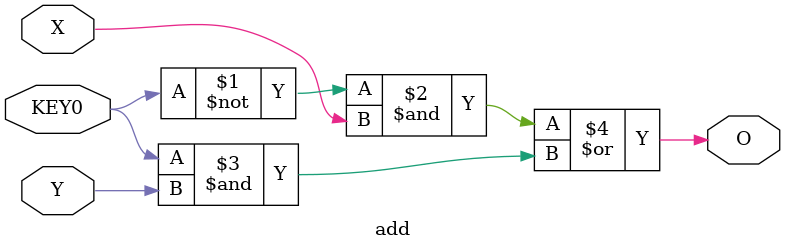
<source format=v>
module add (
	input X,
	input Y,
	input KEY0,
	output O);
	
	assign O = (~KEY0 & X) | (KEY0 & Y);
	
endmodule
</source>
